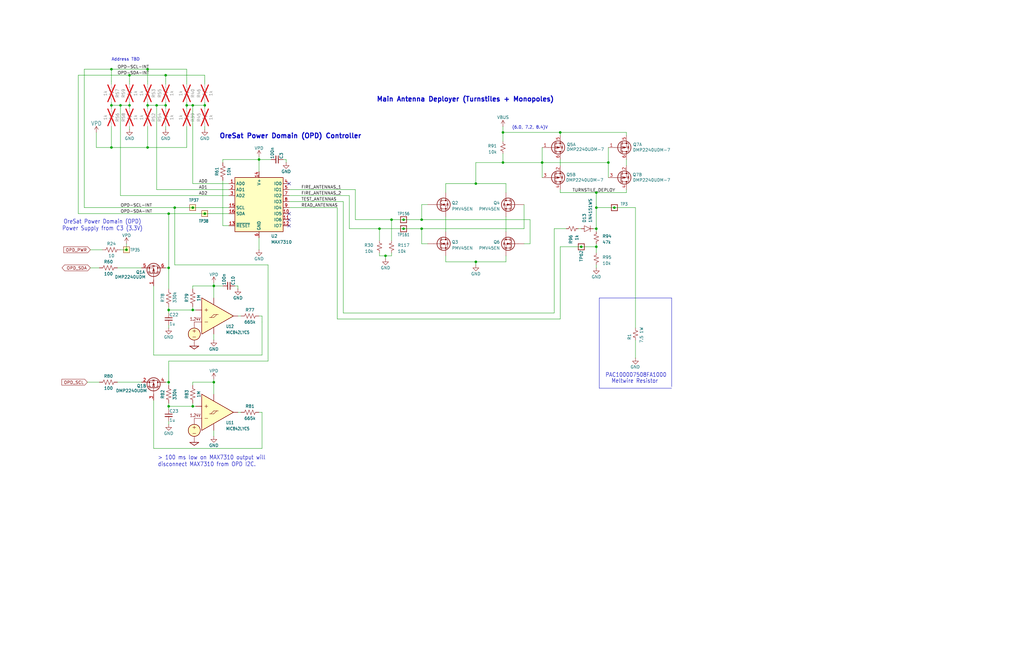
<source format=kicad_sch>
(kicad_sch (version 20250114) (generator "eeschema") (generator_version "9.0")
  (paper "B")
  (title_block (title "OreSat1 -Z End Card") (date "2026-02-17") (rev "v1.2") (company "Portland State Aerospace Society"))
  (text "(6.0, 7.2, 8.4)V" (at 215.9 54.61 0) (effects (font (size 1.27 1.27)) (justify left bottom)))
  (text "Main Antenna Deployer (Turnstiles + Monopoles)" (at 158.75 43.18 0) (effects (font (size 2 2) (thickness 0.4) (bold yes)) (justify left bottom)))
  (text "Meltwire Resistor" (at 257.81 161.925 0) (effects (font (size 1.778 1.5113)) (justify left bottom)))
  (text "OreSat Power Domain (OPD)\nPower Supply from C3 (3.3V)" (at 43.18 97.536 0) (effects (font (size 1.778 1.5113)) (justify bottom)))
  (text "OreSat Power Domain (OPD) Controller" (at 92.456 58.674 0) (effects (font (size 2 2) (thickness 0.4) (bold yes)) (justify left bottom)))
  (text "> 100 ms low on MAX7310 output will\ndisconnect MAX7310 from OPD I2C." (at 66.548 197.104 0) (effects (font (size 1.778 1.5113)) (justify left bottom)))
  (text "Address TBD" (at 46.99 25.908 0) (effects (font (size 1.27 1.27)) (justify left bottom)))
  (text "PAC100007508FA1000" (at 255.27 159.385 0) (effects (font (size 1.778 1.5113)) (justify left bottom)))
  (junction (at 236.22 55.88))
  (junction (at 66.04 44.45))
  (junction (at 251.46 96.52))
  (junction (at 50.8 44.45))
  (junction (at 54.61 31.75))
  (junction (at 81.28 44.45))
  (junction (at 90.17 161.29))
  (junction (at 71.12 171.45))
  (junction (at 71.12 161.29))
  (junction (at 228.6 68.58))
  (junction (at 251.46 87.63))
  (junction (at 62.23 44.45))
  (junction (at 170.18 92.71))
  (junction (at 54.61 44.45))
  (junction (at 212.09 55.88))
  (junction (at 212.09 68.58))
  (junction (at 259.08 87.63))
  (junction (at 160.02 96.52))
  (junction (at 256.54 68.58))
  (junction (at 46.99 29.21))
  (junction (at 62.23 62.23))
  (junction (at 90.17 120.65))
  (junction (at 69.85 44.45))
  (junction (at 73.66 87.63))
  (junction (at 177.8 92.71))
  (junction (at 200.66 110.49))
  (junction (at 200.66 77.47))
  (junction (at 81.28 171.45))
  (junction (at 245.11 104.14))
  (junction (at 170.18 96.52))
  (junction (at 86.36 44.45))
  (junction (at 46.99 62.23))
  (junction (at 251.46 104.14))
  (junction (at 78.74 44.45))
  (junction (at 53.34 105.41))
  (junction (at 109.22 67.31))
  (junction (at 71.12 130.81))
  (junction (at 81.28 87.63))
  (junction (at 165.1 92.71))
  (junction (at 46.99 44.45))
  (junction (at 71.12 113.03))
  (junction (at 86.36 90.17))
  (junction (at 69.85 31.75))
  (junction (at 162.56 107.95))
  (junction (at 177.8 96.52))
  (junction (at 62.23 29.21))
  (junction (at 81.28 130.81))
  (junction (at 71.12 90.17))
  (junction (at 251.46 81.28))
  (no_connect (at 121.92 92.71))
  (no_connect (at 121.92 95.25))
  (no_connect (at 121.92 77.47))
  (no_connect (at 121.92 90.17))
  (wire (pts (xy 81.28 87.63) (xy 96.52 87.63)) (stroke (width 0.1524)))
  (wire (pts (xy 50.8 82.55) (xy 50.8 44.45)) (stroke (width 0.1524)))
  (wire (pts (xy 212.09 64.77) (xy 212.09 68.58)))
  (wire (pts (xy 200.66 68.58) (xy 200.66 77.47)))
  (wire (pts (xy 71.12 113.03) (xy 71.12 121.92)) (stroke (width 0.1524)))
  (wire (pts (xy 110.49 133.35) (xy 110.49 135.89)))
  (wire (pts (xy 90.17 161.29) (xy 90.17 160.02)) (stroke (width 0.1524)))
  (wire (pts (xy 165.1 92.71) (xy 165.1 101.6)))
  (wire (pts (xy 101.6 133.35) (xy 100.33 133.35)) (stroke (width 0.1524)))
  (wire (pts (xy 78.74 34.29) (xy 78.74 35.56)))
  (wire (pts (xy 259.08 87.63) (xy 267.97 87.63)))
  (wire (pts (xy 54.61 43.18) (xy 54.61 44.45)))
  (wire (pts (xy 90.17 119.38) (xy 90.17 120.65)) (stroke (width 0.1524)))
  (wire (pts (xy 86.36 90.17) (xy 71.12 90.17)) (stroke (width 0.1524)))
  (wire (pts (xy 73.66 87.63) (xy 81.28 87.63)) (stroke (width 0.1524)))
  (wire (pts (xy 187.96 77.47) (xy 200.66 77.47)))
  (wire (pts (xy 71.12 130.81) (xy 81.28 130.81)) (stroke (width 0.1524)))
  (wire (pts (xy 69.85 44.45) (xy 69.85 45.72)))
  (wire (pts (xy 101.6 173.99) (xy 100.33 173.99)))
  (wire (pts (xy 53.34 105.41) (xy 53.34 102.87)) (stroke (width 0.1524)))
  (wire (pts (xy 165.1 92.71) (xy 170.18 92.71)))
  (wire (pts (xy 264.16 67.31) (xy 264.16 69.85)))
  (wire (pts (xy 187.96 107.95) (xy 187.96 110.49)))
  (wire (pts (xy 71.12 161.29) (xy 71.12 152.4)) (stroke (width 0.1524)))
  (wire (pts (xy 251.46 81.28) (xy 236.22 81.28)))
  (wire (pts (xy 35.56 29.21) (xy 46.99 29.21)) (stroke (width 0.1524)))
  (wire (pts (xy 212.09 68.58) (xy 228.6 68.58)))
  (wire (pts (xy 49.53 161.29) (xy 59.69 161.29)) (stroke (width 0.1524)))
  (wire (pts (xy 90.17 166.37) (xy 90.17 161.29)) (stroke (width 0.1524)))
  (wire (pts (xy 109.22 66.04) (xy 109.22 67.31)) (stroke (width 0.1524)))
  (wire (pts (xy 121.92 85.09) (xy 144.78 85.09)))
  (wire (pts (xy 71.12 90.17) (xy 71.12 113.03)) (stroke (width 0.1524)))
  (wire (pts (xy 81.28 44.45) (xy 78.74 44.45)) (stroke (width 0.1524)))
  (wire (pts (xy 71.12 172.72) (xy 71.12 171.45)) (stroke (width 0.1524)))
  (polyline (pts (xy 252.73 125.73) (xy 283.21 125.73)))
  (wire (pts (xy 81.28 162.56) (xy 81.28 161.29)) (stroke (width 0.1524)))
  (wire (pts (xy 71.12 161.29) (xy 69.85 161.29)) (stroke (width 0.1524)))
  (wire (pts (xy 113.03 111.76) (xy 73.66 111.76)) (stroke (width 0.1524)))
  (wire (pts (xy 162.56 107.95) (xy 165.1 107.95)))
  (wire (pts (xy 35.56 87.63) (xy 73.66 87.63)) (stroke (width 0.1524)))
  (wire (pts (xy 54.61 34.29) (xy 54.61 35.56)))
  (wire (pts (xy 187.96 110.49) (xy 200.66 110.49)))
  (wire (pts (xy 54.61 31.75) (xy 69.85 31.75)) (stroke (width 0.1524)))
  (wire (pts (xy 264.16 80.01) (xy 264.16 81.28)))
  (wire (pts (xy 256.54 68.58) (xy 256.54 74.93)))
  (wire (pts (xy 71.12 130.81) (xy 71.12 132.08)) (stroke (width 0.1524)))
  (wire (pts (xy 93.98 67.31) (xy 93.98 68.58)))
  (wire (pts (xy 62.23 34.29) (xy 62.23 29.21)) (stroke (width 0.1524)))
  (wire (pts (xy 251.46 96.52) (xy 251.46 87.63)))
  (wire (pts (xy 236.22 67.31) (xy 236.22 69.85)))
  (wire (pts (xy 177.8 92.71) (xy 177.8 86.36)))
  (wire (pts (xy 86.36 43.18) (xy 86.36 44.45)))
  (wire (pts (xy 71.12 162.56) (xy 71.12 161.29)) (stroke (width 0.1524)))
  (wire (pts (xy 223.52 102.87) (xy 220.98 102.87)))
  (wire (pts (xy 33.02 90.17) (xy 33.02 31.75)) (stroke (width 0.1524)))
  (wire (pts (xy 177.8 102.87) (xy 177.8 96.52)))
  (wire (pts (xy 187.96 81.28) (xy 187.96 77.47)))
  (wire (pts (xy 86.36 53.34) (xy 86.36 54.61)))
  (wire (pts (xy 149.86 92.71) (xy 165.1 92.71)))
  (wire (pts (xy 49.53 113.03) (xy 59.69 113.03)) (stroke (width 0.1524)))
  (wire (pts (xy 110.49 135.89) (xy 110.49 149.86)) (stroke (width 0.1524)))
  (wire (pts (xy 64.77 189.23) (xy 110.49 189.23)) (stroke (width 0.1524)))
  (wire (pts (xy 38.1 113.03) (xy 41.91 113.03)))
  (wire (pts (xy 38.1 105.41) (xy 43.18 105.41)))
  (wire (pts (xy 109.22 67.31) (xy 109.22 72.39)))
  (wire (pts (xy 212.09 55.88) (xy 212.09 59.69)))
  (wire (pts (xy 200.66 68.58) (xy 212.09 68.58)))
  (wire (pts (xy 165.1 107.95) (xy 165.1 106.68)))
  (wire (pts (xy 177.8 96.52) (xy 220.98 96.52)))
  (wire (pts (xy 90.17 120.65) (xy 93.98 120.65)))
  (wire (pts (xy 162.56 109.22) (xy 162.56 107.95)))
  (wire (pts (xy 109.22 100.33) (xy 109.22 105.41)) (stroke (width 0.1524)))
  (wire (pts (xy 69.85 53.34) (xy 69.85 54.61)))
  (wire (pts (xy 160.02 106.68) (xy 160.02 107.95)))
  (wire (pts (xy 121.92 87.63) (xy 142.24 87.63)))
  (wire (pts (xy 96.52 80.01) (xy 66.04 80.01)) (stroke (width 0.1524)))
  (wire (pts (xy 236.22 104.14) (xy 245.11 104.14)))
  (wire (pts (xy 81.28 120.65) (xy 81.28 121.92)))
  (wire (pts (xy 267.97 143.51) (xy 267.97 151.13)))
  (wire (pts (xy 121.92 80.01) (xy 149.86 80.01)))
  (wire (pts (xy 177.8 86.36) (xy 180.34 86.36)))
  (wire (pts (xy 96.52 90.17) (xy 86.36 90.17)) (stroke (width 0.1524)))
  (wire (pts (xy 62.23 62.23) (xy 78.74 62.23)) (stroke (width 0.1524)))
  (wire (pts (xy 213.36 77.47) (xy 213.36 81.28)))
  (wire (pts (xy 120.65 68.58) (xy 120.65 67.31)) (stroke (width 0.1524)))
  (wire (pts (xy 236.22 55.88) (xy 236.22 57.15)))
  (wire (pts (xy 110.49 173.99) (xy 109.22 173.99)) (stroke (width 0.1524)))
  (wire (pts (xy 78.74 44.45) (xy 78.74 45.72)))
  (wire (pts (xy 90.17 120.65) (xy 90.17 125.73)) (stroke (width 0.1524)))
  (wire (pts (xy 64.77 168.91) (xy 64.77 189.23)))
  (wire (pts (xy 69.85 43.18) (xy 69.85 44.45)))
  (wire (pts (xy 54.61 34.29) (xy 54.61 31.75)) (stroke (width 0.1524)))
  (wire (pts (xy 46.99 53.34) (xy 46.99 62.23)) (stroke (width 0.1524)))
  (wire (pts (xy 110.49 173.99) (xy 110.49 189.23)) (stroke (width 0.1524)))
  (wire (pts (xy 78.74 43.18) (xy 78.74 44.45)))
  (wire (pts (xy 46.99 34.29) (xy 46.99 29.21)) (stroke (width 0.1524)))
  (wire (pts (xy 71.12 129.54) (xy 71.12 130.81)) (stroke (width 0.1524)))
  (wire (pts (xy 54.61 44.45) (xy 54.61 45.72)))
  (wire (pts (xy 213.36 91.44) (xy 213.36 97.79)))
  (wire (pts (xy 228.6 68.58) (xy 228.6 62.23)))
  (wire (pts (xy 236.22 134.62) (xy 236.22 104.14)))
  (wire (pts (xy 212.09 53.34) (xy 212.09 55.88)))
  (wire (pts (xy 160.02 96.52) (xy 160.02 101.6)))
  (wire (pts (xy 236.22 55.88) (xy 264.16 55.88)))
  (wire (pts (xy 200.66 77.47) (xy 213.36 77.47)))
  (wire (pts (xy 86.36 34.29) (xy 86.36 35.56)))
  (wire (pts (xy 223.52 92.71) (xy 223.52 102.87)))
  (wire (pts (xy 160.02 107.95) (xy 162.56 107.95)))
  (wire (pts (xy 71.12 90.17) (xy 33.02 90.17)) (stroke (width 0.1524)))
  (wire (pts (xy 170.18 96.52) (xy 177.8 96.52)))
  (wire (pts (xy 69.85 34.29) (xy 69.85 35.56)))
  (wire (pts (xy 251.46 96.52) (xy 251.46 97.79)))
  (wire (pts (xy 86.36 44.45) (xy 81.28 44.45)) (stroke (width 0.1524)))
  (wire (pts (xy 50.8 105.41) (xy 53.34 105.41)) (stroke (width 0.1524)))
  (wire (pts (xy 78.74 62.23) (xy 78.74 54.61)) (stroke (width 0.1524)))
  (wire (pts (xy 144.78 85.09) (xy 144.78 132.08)))
  (wire (pts (xy 160.02 96.52) (xy 170.18 96.52)))
  (wire (pts (xy 177.8 92.71) (xy 223.52 92.71)))
  (wire (pts (xy 33.02 31.75) (xy 54.61 31.75)) (stroke (width 0.1524)))
  (wire (pts (xy 120.65 67.31) (xy 119.38 67.31)) (stroke (width 0.1524)))
  (wire (pts (xy 46.99 62.23) (xy 62.23 62.23)) (stroke (width 0.1524)))
  (wire (pts (xy 50.8 44.45) (xy 46.99 44.45)) (stroke (width 0.1524)))
  (wire (pts (xy 251.46 113.03) (xy 251.46 111.76)))
  (wire (pts (xy 78.74 34.29) (xy 78.74 29.21)) (stroke (width 0.1524)))
  (wire (pts (xy 66.04 44.45) (xy 62.23 44.45)) (stroke (width 0.1524)))
  (wire (pts (xy 64.77 149.86) (xy 110.49 149.86)) (stroke (width 0.1524)))
  (wire (pts (xy 233.68 96.52) (xy 238.76 96.52)))
  (wire (pts (xy 147.32 82.55) (xy 147.32 96.52)))
  (wire (pts (xy 170.18 92.71) (xy 177.8 92.71)))
  (wire (pts (xy 81.28 171.45) (xy 82.55 171.45)) (stroke (width 0.1524)))
  (wire (pts (xy 99.06 120.65) (xy 100.33 120.65)))
  (wire (pts (xy 213.36 110.49) (xy 213.36 107.95)))
  (wire (pts (xy 264.16 55.88) (xy 264.16 57.15)))
  (wire (pts (xy 71.12 171.45) (xy 81.28 171.45)) (stroke (width 0.1524)))
  (wire (pts (xy 71.12 170.18) (xy 71.12 171.45)) (stroke (width 0.1524)))
  (wire (pts (xy 109.22 133.35) (xy 110.49 133.35)))
  (wire (pts (xy 177.8 102.87) (xy 180.34 102.87)))
  (wire (pts (xy 96.52 95.25) (xy 93.98 95.25)) (stroke (width 0.1524)))
  (wire (pts (xy 40.64 55.88) (xy 40.64 62.23)))
  (wire (pts (xy 243.84 96.52) (xy 245.11 96.52)))
  (wire (pts (xy 64.77 120.65) (xy 64.77 149.86)))
  (wire (pts (xy 220.98 96.52) (xy 220.98 86.36)))
  (wire (pts (xy 142.24 87.63) (xy 142.24 134.62)))
  (wire (pts (xy 40.64 62.23) (xy 46.99 62.23)))
  (wire (pts (xy 233.68 96.52) (xy 233.68 132.08)))
  (wire (pts (xy 71.12 152.4) (xy 113.03 152.4)) (stroke (width 0.1524)))
  (wire (pts (xy 62.23 53.34) (xy 62.23 62.23)) (stroke (width 0.1524)))
  (wire (pts (xy 54.61 44.45) (xy 50.8 44.45)) (stroke (width 0.1524)))
  (wire (pts (xy 69.85 44.45) (xy 66.04 44.45)) (stroke (width 0.1524)))
  (wire (pts (xy 109.22 67.31) (xy 114.3 67.31)) (stroke (width 0.1524)))
  (wire (pts (xy 71.12 137.16) (xy 71.12 138.43)))
  (polyline (pts (xy 252.73 163.83) (xy 252.73 125.73)))
  (wire (pts (xy 46.99 34.29) (xy 46.99 35.56)))
  (wire (pts (xy 251.46 104.14) (xy 251.46 106.68)))
  (wire (pts (xy 251.46 87.63) (xy 251.46 81.28)))
  (wire (pts (xy 81.28 130.81) (xy 82.55 130.81)) (stroke (width 0.1524)))
  (wire (pts (xy 236.22 81.28) (xy 236.22 80.01)))
  (wire (pts (xy 149.86 80.01) (xy 149.86 92.71)))
  (wire (pts (xy 81.28 170.18) (xy 81.28 171.45)) (stroke (width 0.1524)))
  (wire (pts (xy 228.6 68.58) (xy 228.6 74.93)))
  (wire (pts (xy 200.66 110.49) (xy 213.36 110.49)))
  (wire (pts (xy 62.23 34.29) (xy 62.23 35.56)))
  (wire (pts (xy 62.23 29.21) (xy 78.74 29.21)) (stroke (width 0.1524)))
  (wire (pts (xy 78.74 53.34) (xy 78.74 54.61)))
  (wire (pts (xy 35.56 87.63) (xy 35.56 29.21)) (stroke (width 0.1524)))
  (wire (pts (xy 144.78 132.08) (xy 233.68 132.08)))
  (wire (pts (xy 187.96 91.44) (xy 187.96 97.79)))
  (wire (pts (xy 147.32 96.52) (xy 160.02 96.52)))
  (wire (pts (xy 267.97 87.63) (xy 267.97 138.43)))
  (wire (pts (xy 50.8 82.55) (xy 96.52 82.55)) (stroke (width 0.1524)))
  (wire (pts (xy 90.17 161.29) (xy 81.28 161.29)) (stroke (width 0.1524)))
  (wire (pts (xy 71.12 177.8) (xy 71.12 179.07)))
  (wire (pts (xy 212.09 55.88) (xy 236.22 55.88)))
  (wire (pts (xy 259.08 87.63) (xy 251.46 87.63)))
  (wire (pts (xy 245.11 104.14) (xy 251.46 104.14)))
  (wire (pts (xy 251.46 102.87) (xy 251.46 104.14)))
  (wire (pts (xy 121.92 82.55) (xy 147.32 82.55)))
  (wire (pts (xy 90.17 120.65) (xy 81.28 120.65)) (stroke (width 0.1524)))
  (wire (pts (xy 69.85 113.03) (xy 71.12 113.03)) (stroke (width 0.1524)))
  (polyline (pts (xy 283.21 163.83) (xy 252.73 163.83)))
  (wire (pts (xy 86.36 44.45) (xy 86.36 45.72)))
  (wire (pts (xy 69.85 34.29) (xy 69.85 31.75)) (stroke (width 0.1524)))
  (wire (pts (xy 86.36 31.75) (xy 86.36 34.29)) (stroke (width 0.1524)))
  (wire (pts (xy 93.98 76.2) (xy 93.98 95.25)) (stroke (width 0.1524)))
  (wire (pts (xy 90.17 181.61) (xy 90.17 184.15)) (stroke (width 0.1524)))
  (polyline (pts (xy 283.21 125.73) (xy 283.21 163.195)))
  (wire (pts (xy 228.6 68.58) (xy 256.54 68.58)))
  (wire (pts (xy 256.54 62.23) (xy 256.54 68.58)))
  (wire (pts (xy 93.98 67.31) (xy 109.22 67.31)) (stroke (width 0.1524)))
  (wire (pts (xy 73.66 111.76) (xy 73.66 87.63)) (stroke (width 0.1524)))
  (wire (pts (xy 81.28 77.47) (xy 81.28 44.45)) (stroke (width 0.1524)))
  (wire (pts (xy 96.52 77.47) (xy 81.28 77.47)) (stroke (width 0.1524)))
  (wire (pts (xy 90.17 140.97) (xy 90.17 143.51)) (stroke (width 0.1524)))
  (wire (pts (xy 36.83 161.29) (xy 41.91 161.29)))
  (wire (pts (xy 46.99 43.18) (xy 46.99 44.45)))
  (wire (pts (xy 142.24 134.62) (xy 236.22 134.62)))
  (wire (pts (xy 81.28 129.54) (xy 81.28 130.81)) (stroke (width 0.1524)))
  (wire (pts (xy 100.33 120.65) (xy 100.33 121.92)))
  (wire (pts (xy 66.04 80.01) (xy 66.04 44.45)) (stroke (width 0.1524)))
  (wire (pts (xy 250.19 96.52) (xy 251.46 96.52)))
  (wire (pts (xy 200.66 111.76) (xy 200.66 110.49)))
  (wire (pts (xy 113.03 152.4) (xy 113.03 111.76)) (stroke (width 0.1524)))
  (wire (pts (xy 69.85 31.75) (xy 86.36 31.75)) (stroke (width 0.1524)))
  (wire (pts (xy 62.23 44.45) (xy 62.23 45.72)))
  (wire (pts (xy 46.99 29.21) (xy 62.23 29.21)) (stroke (width 0.1524)))
  (wire (pts (xy 264.16 81.28) (xy 251.46 81.28)))
  (wire (pts (xy 54.61 53.34) (xy 54.61 54.61)))
  (wire (pts (xy 62.23 43.18) (xy 62.23 44.45)))
  (wire (pts (xy 46.99 44.45) (xy 46.99 45.72)))
  (label "TURNSTILE_DEPLOY" (at 241.3 81.28 0))
  (label "OPD-SCL-INT" (at 49.53 29.21 0) (effects (font (size 1.2446 1.2446))))
  (label "TEST_ANTENNAS" (at 127 85.09 0))
  (label "FIRE_ANTENNAS_2" (at 127 82.55 0))
  (label "OPD-SCL-INT" (at 50.8 87.63 0) (effects (font (size 1.2446 1.2446))))
  (label "OPD-SDA-INT" (at 49.53 31.75 0) (effects (font (size 1.2446 1.2446))))
  (label "AD2" (at 83.82 82.55 0) (effects (font (size 1.2446 1.2446))))
  (label "READ_ANTENNAS" (at 127 87.63 0))
  (label "AD0" (at 83.82 77.47 0) (effects (font (size 1.2446 1.2446))))
  (label "FIRE_ANTENNAS_1" (at 127 80.01 0))
  (label "OPD-SDA-INT" (at 50.8 90.17 0) (effects (font (size 1.2446 1.2446))))
  (label "AD1" (at 83.82 80.01 0) (effects (font (size 1.2446 1.2446))))
  (global_label "OPD_SCL" (shape input) (at 36.83 161.29 180) (property "Intersheetrefs" "${INTERSHEET_REFS}" (effects (hide yes))))
  (global_label "OPD_PWR" (shape input) (at 38.1 105.41 180) (property "Intersheetrefs" "${INTERSHEET_REFS}" (effects (hide yes))))
  (global_label "OPD_SDA" (shape bidirectional) (at 38.1 113.03 180) (property "Intersheetrefs" "${INTERSHEET_REFS}" (effects (hide yes))))
  (symbol (lib_id "power:GND") (at 267.97 151.13 0) (mirror y) (unit 1)
    (property "Reference" "#GND03" (effects (hide yes)))
    (property "Value" "GND" (at 269.875 155.575 0) (effects (justify left bottom)))
    (property "Footprint" "plusz-end-card-with-turnstile:" (effects (hide yes)))
    (property "Description" "Power symbol creates a global label with name \"GND\" , ground" (effects (hide yes)))
  )
  (symbol (lib_id "oresat-ics:MIC842LYC5") (at 90.17 173.99 0) (unit 1)
    (property "Reference" "U11" (at 95.25 179.07 0) (effects (font (size 1.27 1.0795)) (justify left bottom)))
    (property "Value" "MIC842LYC5" (at 95.25 181.61 0) (effects (font (size 1.27 1.0795)) (justify left bottom)))
    (property "Footprint" "Package_TO_SOT_SMD:SOT-353_SC-70-5" (effects (hide yes)))
    (property "Datasheet" "https://ww1.microchip.com/downloads/aemDocuments/documents/OTH/ProductDocuments/DataSheets/20005758A.pdf" (effects (hide yes)))
    (property "Description" "Comparator with Voltage Reference Push-Pull SC-70-5" (effects (hide yes)))
    (property "DIS" "DigiKey" (effects (hide yes)))
    (property "DPN" "576-2927-1-ND" (effects (hide yes)))
    (property "MFR" "Microchip" (effects (hide yes)))
    (property "MPN" "MIC842LYC5-TR" (effects (hide yes)))
  )
  (symbol (lib_id "Transistor_FET:Q_Dual_PMOS_G1S2G2D2S1D1") (at 233.68 62.23 0) (mirror x) (unit 1)
    (property "Reference" "Q5" (at 242.824 61.722 0) (effects (justify right top)))
    (property "Value" "DMP2240UDM-7" (at 254.762 63.754 0) (effects (justify right top)))
    (property "Footprint" "Package_TO_SOT_SMD:SOT-23-6" (effects (hide yes)))
    (property "Datasheet" "https://www.diodes.com/assets/Datasheets/ds31197.pdf" (effects (hide yes)))
    (property "Description" "Mosfet Array 20V 2A 600mW Surface Mount SOT-26" (effects (hide yes)))
    (property "DIS" "DigiKey" (effects (hide yes)))
    (property "DPN" "DMP2240UDMDICT-ND" (effects (hide yes)))
    (property "MFR" "Diodes Inc" (effects (hide yes)))
    (property "MPN" "DMP2240UDM" (effects (hide yes)))
  )
  (symbol (lib_id "Device:R_US") (at 105.41 173.99 90) (unit 1)
    (property "Reference" "R81" (at 105.41 171.45 90))
    (property "Value" "665k" (at 105.41 176.53 90))
    (property "Footprint" "oresat-passives:0603-C-NOSILK" (effects (hide yes)))
    (property "Datasheet" "https://www.seielect.com/catalog/SEI-RMCF_RMCP.pdf" (effects (hide yes)))
    (property "Description" "665 kOhms ±1% 0.1W, 1/10W Chip Resistor 0603 (1608 Metric) Automotive AEC-Q200 Thick Film" (effects (hide yes)))
    (property "DIS" "DigiKey" (effects (hide yes)))
    (property "DPN" "RMCF0603FT665KCT-ND" (effects (hide yes)))
    (property "MFR" "Stackpole Electronics Inc" (effects (hide yes)))
    (property "MPN" "RMCF0603FT665K" (effects (hide yes)))
  )
  (symbol (lib_id "oresat-power:VPD") (at 109.22 66.04 0) (unit 1)
    (property "Reference" "#VPD07" (effects (hide yes)))
    (property "Value" "VPD" (at 109.22 63.246 0) (effects (justify bottom)))
  )
  (symbol (lib_id "Device:C_Small") (at 71.12 175.26 0) (unit 1)
    (property "Reference" "C23" (at 71.374 173.482 0) (effects (justify left)))
    (property "Value" "1u" (at 71.374 177.292 0) (effects (justify left)))
    (property "Footprint" "oresat-passives:0603-C-NOSILK" (effects (hide yes)))
    (property "Datasheet" "https://search.murata.co.jp/Ceramy/image/img/A01X/G101/ENG/GRT188R71E105KE13-01.pdf" (effects (hide yes)))
    (property "Description" "1 µF ±10% 25V Ceramic Capacitor X7R 0603 (1608 Metric)" (effects (hide yes)))
    (property "DIS" "DigiKey" (effects (hide yes)))
    (property "DPN" "490-GRT188R71E105KE13DCT-ND" (effects (hide yes)))
    (property "MFR" "Murata Electronics" (effects (hide yes)))
    (property "MPN" "GRT188R71E105KE13D" (effects (hide yes)))
  )
  (symbol (lib_id "Device:R_US") (at 71.12 125.73 180) (unit 1)
    (property "Reference" "R78" (at 68.58 125.73 90))
    (property "Value" "330k" (at 73.66 125.476 90))
    (property "Footprint" "oresat-passives:0603-C-NOSILK" (effects (hide yes)))
    (property "Datasheet" "https://www.seielect.com/catalog/SEI-RMCF_RMCP.pdf" (effects (hide yes)))
    (property "Description" "330 kOhms ±1% 0.1W, 1/10W Chip Resistor 0603 (1608 Metric) Automotive AEC-Q200 Thick Film" (effects (hide yes)))
    (property "DIS" "DigiKey" (effects (hide yes)))
    (property "DPN" "RMCF0603FT330KCT-ND" (effects (hide yes)))
    (property "MFR" "Stackpole Electronics Inc" (effects (hide yes)))
    (property "MPN" "RMCF0603FT330K" (effects (hide yes)))
  )
  (symbol (lib_id "oresat-misc:Test-Point-0.75mm-th") (at 81.28 87.63 180) (unit 1) (in_bom no)
    (property "Reference" "TP37" (at 83.82 83.82 0) (effects (font (size 1.27 1.0795)) (justify left bottom)))
    (property "Value" "Test-Point" (effects (hide yes)))
    (property "Footprint" "oresat-misc:TestPoint-0.75mm-th" (effects (hide yes)))
    (property "Description" "0.75 mm TH test point; good for scope probes and jumpers" (effects (hide yes)))
  )
  (symbol (lib_id "oresat-misc:Test-Point-0.75mm-th") (at 53.34 105.41 180) (unit 1) (in_bom no)
    (property "Reference" "TP35" (at 54.864 106.172 0) (effects (font (size 1.27 1.0795)) (justify right top)))
    (property "Value" "Test-Point" (effects (hide yes)))
    (property "Footprint" "oresat-misc:TestPoint-0.75mm-th" (effects (hide yes)))
    (property "Description" "0.75 mm TH test point; good for scope probes and jumpers" (effects (hide yes)))
  )
  (symbol (lib_id "Device:R_US") (at 81.28 166.37 180) (unit 1)
    (property "Reference" "R83" (at 78.74 166.37 90))
    (property "Value" "1M" (at 83.82 166.37 90))
    (property "Footprint" "oresat-passives:0603-C-NOSILK" (effects (hide yes)))
    (property "Datasheet" "https://www.seielect.com/catalog/SEI-RMCF_RMCP.pdf" (effects (hide yes)))
    (property "Description" "1 MOhms ±1% 0.1W, 1/10W Chip Resistor 0603 (1608 Metric) Automotive AEC-Q200 Thick Film" (effects (hide yes)))
    (property "DIS" "DigiKey" (effects (hide yes)))
    (property "DPN" "RMCF0603FT1M00CT-ND" (effects (hide yes)))
    (property "MFR" "Stackpole Electronics Inc" (effects (hide yes)))
    (property "MPN" "RMCF0603FT1M00" (effects (hide yes)))
  )
  (symbol (lib_id "power:GND") (at 162.56 109.22 0) (unit 1)
    (property "Reference" "#PWR0290" (effects (hide yes)))
    (property "Value" "GND" (at 162.56 113.03 0))
    (property "Description" "Power symbol creates a global label with name \"GND\" , ground" (effects (hide yes)))
  )
  (symbol (lib_id "Device:R_US") (at 69.85 39.37 180) (unit 1) (dnp yes)
    (property "Reference" "R55" (at 67.31 39.37 90))
    (property "Value" "1k" (at 72.39 39.37 90))
    (property "Footprint" "oresat-passives:0603-C-NOSILK" (effects (hide yes)))
    (property "DIS" "Digi-Key" (effects (hide yes)))
    (property "DPN" "1276-4275-1-ND" (effects (hide yes)))
    (property "MFR" "Samsung" (effects (hide yes)))
    (property "MPN" "RC1005F6653CS" (effects (hide yes)))
  )
  (symbol (lib_id "Device:R_US") (at 86.36 39.37 180) (unit 1) (dnp yes)
    (property "Reference" "R46" (at 83.82 39.37 90))
    (property "Value" "1k" (at 88.9 39.37 90))
    (property "Footprint" "oresat-passives:0603-C-NOSILK" (effects (hide yes)))
    (property "DIS" "Digi-Key" (effects (hide yes)))
    (property "DPN" "1276-4275-1-ND" (effects (hide yes)))
    (property "MFR" "Samsung" (effects (hide yes)))
    (property "MPN" "RC1005F6653CS" (effects (hide yes)))
  )
  (symbol (lib_id "Transistor_FET:Q_Dual_PMOS_G1S2G2D2S1D1") (at 261.62 62.23 0) (mirror x) (unit 1)
    (property "Reference" "Q7" (at 270.764 61.722 0) (effects (justify right top)))
    (property "Value" "DMP2240UDM-7" (at 282.702 64.008 0) (effects (justify right top)))
    (property "Footprint" "Package_TO_SOT_SMD:SOT-23-6" (effects (hide yes)))
    (property "Datasheet" "https://www.diodes.com/assets/Datasheets/ds31197.pdf" (effects (hide yes)))
    (property "Description" "Mosfet Array 20V 2A 600mW Surface Mount SOT-26" (effects (hide yes)))
    (property "DIS" "DigiKey" (effects (hide yes)))
    (property "DPN" "DMP2240UDMDICT-ND" (effects (hide yes)))
    (property "MFR" "Diodes Inc" (effects (hide yes)))
    (property "MPN" "DMP2240UDM" (effects (hide yes)))
  )
  (symbol (lib_id "Device:R_US") (at 69.85 49.53 180) (unit 1) (dnp yes)
    (property "Reference" "R54" (at 67.31 49.53 90))
    (property "Value" "1k" (at 72.39 49.53 90))
    (property "Footprint" "oresat-passives:0603-C-NOSILK" (effects (hide yes)))
    (property "Datasheet" "https://www.seielect.com/catalog/SEI-RMCF_RMCP.pdf" (effects (hide yes)))
    (property "Description" "1 kOhms ±1% 0.1W, 1/10W Chip Resistor 0603 (1608 Metric) Automotive AEC-Q200 Thick Film" (effects (hide yes)))
    (property "DIS" "DigiKey" (effects (hide yes)))
    (property "DPN" "RMCF0603FT1K00CT-ND" (effects (hide yes)))
    (property "MFR" "Stackpole Electronics Inc" (effects (hide yes)))
    (property "MPN" "RMCF0603FT1K00" (effects (hide yes)))
  )
  (symbol (lib_id "oresat-power:VPD") (at 53.34 102.87 0) (unit 1)
    (property "Reference" "#VPD06" (effects (hide yes)))
    (property "Value" "VPD" (at 53.34 100.076 0) (effects (justify bottom)))
    (property "Description" "Power symbol creates a global label with name \"VPD\"" (effects (hide yes)))
  )
  (symbol (lib_id "power:GND") (at 90.17 143.51 0) (mirror y) (unit 1)
    (property "Reference" "#GND075" (effects (hide yes)))
    (property "Value" "GND" (at 90.17 147.32 0))
    (property "Description" "Power symbol creates a global label with name \"GND\" , ground" (effects (hide yes)))
  )
  (symbol (lib_id "oresat-power:VPD") (at 90.17 160.02 0) (unit 1)
    (property "Reference" "#VPD010" (effects (hide yes)))
    (property "Value" "VPD" (at 90.17 157.226 0) (effects (justify bottom)))
  )
  (symbol (lib_id "Transistor_FET:Q_Dual_PMOS_G1S2G2D2S1D1") (at 233.68 74.93 0) (mirror x) (unit 2)
    (property "Reference" "Q5" (at 242.824 74.422 0) (effects (justify right top)))
    (property "Value" "DMP2240UDM-7" (at 254.508 76.708 0) (effects (justify right top)))
    (property "Footprint" "Package_TO_SOT_SMD:SOT-23-6" (effects (hide yes)))
    (property "Datasheet" "https://www.diodes.com/assets/Datasheets/ds31197.pdf" (effects (hide yes)))
    (property "Description" "Mosfet Array 20V 2A 600mW Surface Mount SOT-26" (effects (hide yes)))
    (property "DIS" "DigiKey" (effects (hide yes)))
    (property "DPN" "DMP2240UDMDICT-ND" (effects (hide yes)))
    (property "MFR" "Diodes Inc" (effects (hide yes)))
    (property "MPN" "DMP2240UDM" (effects (hide yes)))
  )
  (symbol (lib_id "Device:R_US") (at 86.36 49.53 180) (unit 1) (dnp yes)
    (property "Reference" "R45" (at 83.82 49.53 90))
    (property "Value" "1k" (at 88.9 49.53 90))
    (property "Footprint" "oresat-passives:0603-C-NOSILK" (effects (hide yes)))
    (property "DIS" "Digi-Key" (effects (hide yes)))
    (property "DPN" "1276-4275-1-ND" (effects (hide yes)))
    (property "MFR" "Samsung" (effects (hide yes)))
    (property "MPN" "RC1005F6653CS" (effects (hide yes)))
  )
  (symbol (lib_id "oresat-misc:Test-Point-1mm-round") (at 245.11 104.14 90) (unit 1) (in_bom no)
    (property "Reference" "TP62" (at 245.11 110.49 0) (effects (justify left)))
    (property "Value" "Test-Point" (effects (hide yes)))
    (property "Footprint" "oresat-misc:TestPoint_Pad_D1.0mm" (effects (hide yes)))
    (property "Description" "1mm round SMT test point" (effects (hide yes)))
  )
  (symbol (lib_id "Device:R_US") (at 71.12 166.37 180) (unit 1)
    (property "Reference" "R82" (at 68.58 166.37 90))
    (property "Value" "330k" (at 73.66 166.37 90))
    (property "Footprint" "oresat-passives:0603-C-NOSILK" (effects (hide yes)))
    (property "Datasheet" "https://www.seielect.com/catalog/SEI-RMCF_RMCP.pdf" (effects (hide yes)))
    (property "Description" "330 kOhms ±1% 0.1W, 1/10W Chip Resistor 0603 (1608 Metric) Automotive AEC-Q200 Thick Film" (effects (hide yes)))
    (property "DIS" "DigiKey" (effects (hide yes)))
    (property "DPN" "RMCF0603FT330KCT-ND" (effects (hide yes)))
    (property "MFR" "Stackpole Electronics Inc" (effects (hide yes)))
    (property "MPN" "RMCF0603FT330K" (effects (hide yes)))
  )
  (symbol (lib_id "Device:R_US") (at 46.99 105.41 90) (unit 1)
    (property "Reference" "R24" (at 46.99 102.87 90))
    (property "Value" "10" (at 46.99 107.95 90))
    (property "Footprint" "oresat-passives:0603-C-NOSILK" (effects (hide yes)))
    (property "Datasheet" "https://www.seielect.com/catalog/SEI-RMCF_RMCP.pdf" (effects (hide yes)))
    (property "Description" "10 Ohms ±1% 0.1W, 1/10W Chip Resistor 0603 (1608 Metric) Automotive AEC-Q200 Thick Film" (effects (hide yes)))
    (property "DIS" "DigiKey" (effects (hide yes)))
    (property "DPN" "RMCF0603FT10R0CT-ND" (effects (hide yes)))
    (property "MFR" "Stackpole Electronics Inc" (effects (hide yes)))
    (property "MPN" "RMCF0603FT10R0" (effects (hide yes)))
  )
  (symbol (lib_id "Device:C_Small") (at 116.84 67.31 270) (mirror x) (unit 1)
    (property "Reference" "C3" (at 118.618 67.056 0) (effects (justify left)))
    (property "Value" "100n" (at 114.808 67.056 0) (effects (justify left)))
    (property "Footprint" "oresat-passives:0603-C-NOSILK" (effects (hide yes)))
    (property "Datasheet" "https://search.kemet.com/download/specsheet/C0603C104K5RACAUTO" (effects (hide yes)))
    (property "Description" "0.1 µF ±10% 50V Ceramic Capacitor X7R 0603 (1608 Metric)" (effects (hide yes)))
    (property "DIS" "DigiKey" (effects (hide yes)))
    (property "DPN" "399-6856-1-ND" (effects (hide yes)))
    (property "MFR" "KEMET" (effects (hide yes)))
    (property "MPN" "C0603C104K5RACAUTO" (effects (hide yes)))
  )
  (symbol (lib_id "power:GND") (at 71.12 138.43 0) (unit 1)
    (property "Reference" "#GND078" (effects (hide yes)))
    (property "Value" "GND" (at 71.12 142.24 0))
    (property "Description" "Power symbol creates a global label with name \"GND\" , ground" (effects (hide yes)))
  )
  (symbol (lib_id "power:GND") (at 200.66 111.76 0) (unit 1)
    (property "Reference" "#PWR0291" (effects (hide yes)))
    (property "Value" "GND" (at 200.66 115.57 0))
    (property "Description" "Power symbol creates a global label with name \"GND\" , ground" (effects (hide yes)))
  )
  (symbol (lib_name "Q_NMOS_GSD_1") (lib_id "Transistor_FET:Q_NMOS_GSD") (at 215.9 102.87 0) (mirror y) (unit 1)
    (property "Reference" "Q6" (at 210.82 102.87 0) (effects (justify left bottom)))
    (property "Value" "PMV45EN" (at 210.82 105.41 0) (effects (justify left bottom)))
    (property "Footprint" "Package_TO_SOT_SMD:SOT-23-3" (effects (hide yes)))
    (property "Description" "N-MOSFET transistor, gate/source/drain" (effects (hide yes)))
    (property "DIS" "Digi-Key" (effects (hide yes)))
    (property "DPN" "1727-2307-1-ND" (effects (hide yes)))
    (property "MFR" "Nexperia" (effects (hide yes)))
    (property "MPN" "PMV45EN2R" (effects (hide yes)))
  )
  (symbol (lib_id "Device:R_Small_US") (at 165.1 104.14 0) (mirror y) (unit 1)
    (property "Reference" "R117" (at 167.64 103.505 0) (effects (justify right)))
    (property "Value" "10k" (at 167.64 106.045 0) (effects (justify right)))
    (property "Footprint" "Resistor_SMD:R_0603_1608Metric" (effects (hide yes)))
    (property "Description" "10 kOhms ±1% 0.1W, 1/10W Chip Resistor 0603 (1608 Metric) Automotive AEC-Q200 Thick Film" (effects (hide yes)))
    (property "DPN" "RMCF0603FT10K0CT-ND" (effects (hide yes)))
    (property "DST" "Digi-Key" (effects (hide yes)))
    (property "MFR" "Stackpole Electronics Inc" (effects (hide yes)))
    (property "MPN" "RMCF0603FT10K0" (effects (hide yes)))
  )
  (symbol (lib_id "oresat-power:VPD") (at 90.17 119.38 0) (unit 1)
    (property "Reference" "#VPD09" (effects (hide yes)))
    (property "Value" "VPD" (at 90.17 116.586 0) (effects (justify bottom)))
  )
  (symbol (lib_id "power:GND") (at 90.17 184.15 0) (mirror y) (unit 1)
    (property "Reference" "#GND077" (effects (hide yes)))
    (property "Value" "GND" (at 90.17 187.96 0))
    (property "Description" "Power symbol creates a global label with name \"GND\" , ground" (effects (hide yes)))
  )
  (symbol (lib_id "Device:R_Small_US") (at 212.09 62.23 0) (unit 1)
    (property "Reference" "R91" (at 209.55 61.595 0) (effects (justify right)))
    (property "Value" "10k" (at 209.55 64.135 0) (effects (justify right)))
    (property "Footprint" "Resistor_SMD:R_0603_1608Metric" (effects (hide yes)))
    (property "Description" "10 kOhms ±1% 0.1W, 1/10W Chip Resistor 0603 (1608 Metric) Automotive AEC-Q200 Thick Film" (effects (hide yes)))
    (property "DPN" "RMCF0603FT10K0CT-ND" (effects (hide yes)))
    (property "DST" "Digi-Key" (effects (hide yes)))
    (property "MFR" "Stackpole Electronics Inc" (effects (hide yes)))
    (property "MPN" "RMCF0603FT10K0" (effects (hide yes)))
  )
  (symbol (lib_id "power:GND") (at 71.12 179.07 0) (unit 1)
    (property "Reference" "#GND079" (effects (hide yes)))
    (property "Value" "GND" (at 71.12 182.88 0))
    (property "Description" "Power symbol creates a global label with name \"GND\" , ground" (effects (hide yes)))
  )
  (symbol (lib_id "Device:R_US") (at 45.72 113.03 90) (unit 1)
    (property "Reference" "R60" (at 45.72 110.49 90))
    (property "Value" "100" (at 45.72 115.57 90))
    (property "Footprint" "oresat-passives:0603-C-NOSILK" (effects (hide yes)))
    (property "Datasheet" "https://www.seielect.com/catalog/SEI-RMCF_RMCP.pdf" (effects (hide yes)))
    (property "Description" "100 Ohms ±1% 0.1W, 1/10W Chip Resistor 0603 (1608 Metric) Automotive AEC-Q200 Thick Film" (effects (hide yes)))
    (property "DIS" "DigiKey" (effects (hide yes)))
    (property "DPN" "RMCF0603FT100RCT-ND" (effects (hide yes)))
    (property "MFR" "Stackpole Electronics Inc" (effects (hide yes)))
    (property "MPN" "RMCF0603FT100R" (effects (hide yes)))
  )
  (symbol (lib_id "oresat-power:VPD") (at 40.64 55.88 0) (unit 1)
    (property "Reference" "#VPD01" (effects (hide yes)))
    (property "Value" "VPD" (at 40.64 53.086 0) (effects (font (size 1.778 1.5113)) (justify bottom)))
  )
  (symbol (lib_name "Q_NMOS_GSD_1") (lib_id "Transistor_FET:Q_NMOS_GSD") (at 215.9 86.36 0) (mirror y) (unit 1)
    (property "Reference" "Q4" (at 210.82 86.36 0) (effects (justify left bottom)))
    (property "Value" "PMV45EN" (at 210.82 88.9 0) (effects (justify left bottom)))
    (property "Footprint" "Package_TO_SOT_SMD:SOT-23-3" (effects (hide yes)))
    (property "Description" "N-MOSFET transistor, gate/source/drain" (effects (hide yes)))
    (property "DIS" "Digi-Key" (effects (hide yes)))
    (property "DPN" "1727-2307-1-ND" (effects (hide yes)))
    (property "MFR" "Nexperia" (effects (hide yes)))
    (property "MPN" "PMV45EN2R" (effects (hide yes)))
  )
  (symbol (lib_id "Device:R_Small_US") (at 251.46 100.33 0) (mirror y) (unit 1)
    (property "Reference" "R94" (at 254 99.695 0) (effects (justify right)))
    (property "Value" "47k" (at 254 102.235 0) (effects (justify right)))
    (property "Footprint" "Resistor_SMD:R_0603_1608Metric" (effects (hide yes)))
    (property "Description" "47 kOhms ±1% 0.1W, 1/10W Chip Resistor 0603 (1608 Metric) Automotive AEC-Q200 Thick Film" (effects (hide yes)))
    (property "DPN" "RMCF0603FT47K0CT-ND" (effects (hide yes)))
    (property "DST" "Digi-Key" (effects (hide yes)))
    (property "MFR" "Stackpole Electronics Inc" (effects (hide yes)))
    (property "MPN" "RMCF0603FT47K0" (effects (hide yes)))
  )
  (symbol (lib_id "Device:R_US") (at 93.98 72.39 180) (unit 1)
    (property "Reference" "R61" (at 91.44 72.39 90))
    (property "Value" "10k" (at 96.52 72.39 90))
    (property "Footprint" "oresat-passives:0603-C-NOSILK" (effects (hide yes)))
    (property "Datasheet" "https://www.seielect.com/catalog/SEI-RMCF_RMCP.pdf" (effects (hide yes)))
    (property "Description" "10 kOhms ±1% 0.1W, 1/10W Chip Resistor 0603 (1608 Metric) Automotive AEC-Q200 Thick Film" (effects (hide yes)))
    (property "DIS" "DigiKey" (effects (hide yes)))
    (property "DPN" "RMCF0603FT10K0CT-ND" (effects (hide yes)))
    (property "MFR" "Stackpole Electronics Inc" (effects (hide yes)))
    (property "MPN" "RMCF0603FT10K0" (effects (hide yes)))
  )
  (symbol (lib_id "power:GND") (at 69.85 54.61 0) (mirror y) (unit 1)
    (property "Reference" "#GND015" (effects (hide yes)))
    (property "Value" "GND" (at 69.85 58.42 0))
    (property "Description" "Power symbol creates a global label with name \"GND\" , ground" (effects (hide yes)))
  )
  (symbol (lib_id "power:VBUS") (at 212.09 53.34 0) (unit 1)
    (property "Reference" "#PWR011" (effects (hide yes)))
    (property "Value" "VBUS" (at 212.09 49.53 0))
    (property "Description" "Power symbol creates a global label with name \"VBUS\"" (effects (hide yes)))
  )
  (symbol (lib_id "oresat-misc:Test-Point-1mm-round") (at 170.18 92.71 180) (unit 1) (in_bom no)
    (property "Reference" "TP156" (at 170.18 90.17 0) (effects (font (size 1.27 1.0795))))
    (property "Value" "Test-Point" (effects (hide yes)))
    (property "Footprint" "oresat-misc:TestPoint_Pad_D1.0mm" (effects (hide yes)))
    (property "Description" "1mm round SMT test point" (effects (hide yes)))
  )
  (symbol (lib_id "Device:R_US") (at 62.23 39.37 0) (unit 1) (dnp yes)
    (property "Reference" "R53" (at 64.77 39.37 90))
    (property "Value" "1k" (at 59.69 39.37 90))
    (property "Footprint" "oresat-passives:0603-C-NOSILK" (effects (hide yes)))
    (property "DIS" "Digi-Key" (effects (hide yes)))
    (property "DPN" "1276-4275-1-ND" (effects (hide yes)))
    (property "MFR" "Samsung" (effects (hide yes)))
    (property "MPN" "RC1005F6653CS" (effects (hide yes)))
  )
  (symbol (lib_id "Transistor_FET:Q_Dual_PMOS_G1S2G2D2S1D1") (at 64.77 163.83 270) (mirror x) (unit 2)
    (property "Reference" "Q1" (at 61.722 163.576 90) (effects (justify right top)))
    (property "Value" "DMP2240UDM" (at 61.976 165.608 90) (effects (justify right top)))
    (property "Footprint" "Package_TO_SOT_SMD:SOT-23-6" (effects (hide yes)))
    (property "Datasheet" "https://www.diodes.com/assets/Datasheets/ds31197.pdf" (effects (hide yes)))
    (property "Description" "Mosfet Array 20V 2A 600mW Surface Mount SOT-26" (effects (hide yes)))
    (property "DIS" "DigiKey" (effects (hide yes)))
    (property "DPN" "DMP2240UDMDICT-ND" (effects (hide yes)))
    (property "MFR" "Diodes Inc" (effects (hide yes)))
    (property "MPN" "DMP2240UDM" (effects (hide yes)))
  )
  (symbol (lib_id "oresat-misc:Test-Point-1mm-round") (at 170.18 96.52 180) (unit 1) (in_bom no)
    (property "Reference" "TP161" (at 170.18 99.06 0) (effects (font (size 1.27 1.0795))))
    (property "Value" "Test-Point" (effects (hide yes)))
    (property "Footprint" "oresat-misc:TestPoint_Pad_D1.0mm" (effects (hide yes)))
    (property "Description" "1mm round SMT test point" (effects (hide yes)))
  )
  (symbol (lib_id "power:GND") (at 120.65 68.58 0) (mirror y) (unit 1)
    (property "Reference" "#GND014" (effects (hide yes)))
    (property "Value" "GND" (at 120.65 72.39 0))
    (property "Description" "Power symbol creates a global label with name \"GND\" , ground" (effects (hide yes)))
  )
  (symbol (lib_id "oresat-misc:Test-Point-0.75mm-th") (at 86.36 90.17 0) (unit 1) (in_bom no)
    (property "Reference" "TP38" (at 83.82 93.98 0) (effects (font (size 1.27 1.0795)) (justify left bottom)))
    (property "Value" "Test-Point" (effects (hide yes)))
    (property "Footprint" "oresat-misc:TestPoint-0.75mm-th" (effects (hide yes)))
    (property "Description" "0.75 mm TH test point; good for scope probes and jumpers" (effects (hide yes)))
  )
  (symbol (lib_id "Device:R_US") (at 46.99 39.37 0) (unit 1) (dnp yes)
    (property "Reference" "R57" (at 49.53 39.37 90))
    (property "Value" "1k" (at 44.45 39.37 90))
    (property "Footprint" "oresat-passives:0603-C-NOSILK" (effects (hide yes)))
    (property "DIS" "Digi-Key" (effects (hide yes)))
    (property "DPN" "1276-4275-1-ND" (effects (hide yes)))
    (property "MFR" "Samsung" (effects (hide yes)))
    (property "MPN" "RC1005F6653CS" (effects (hide yes)))
  )
  (symbol (lib_id "Device:R_US") (at 81.28 125.73 180) (unit 1)
    (property "Reference" "R79" (at 78.74 125.73 90))
    (property "Value" "1M" (at 83.82 125.73 90))
    (property "Footprint" "oresat-passives:0603-C-NOSILK" (effects (hide yes)))
    (property "Datasheet" "https://www.seielect.com/catalog/SEI-RMCF_RMCP.pdf" (effects (hide yes)))
    (property "Description" "1 MOhms ±1% 0.1W, 1/10W Chip Resistor 0603 (1608 Metric) Automotive AEC-Q200 Thick Film" (effects (hide yes)))
    (property "DIS" "DigiKey" (effects (hide yes)))
    (property "DPN" "RMCF0603FT1M00CT-ND" (effects (hide yes)))
    (property "MFR" "Stackpole Electronics Inc" (effects (hide yes)))
    (property "MPN" "RMCF0603FT1M00" (effects (hide yes)))
  )
  (symbol (lib_id "Device:R_Small_US") (at 160.02 104.14 0) (unit 1)
    (property "Reference" "R30" (at 157.48 103.505 0) (effects (justify right)))
    (property "Value" "10k" (at 157.48 106.045 0) (effects (justify right)))
    (property "Footprint" "Resistor_SMD:R_0603_1608Metric" (effects (hide yes)))
    (property "Description" "10 kOhms ±1% 0.1W, 1/10W Chip Resistor 0603 (1608 Metric) Automotive AEC-Q200 Thick Film" (effects (hide yes)))
    (property "DPN" "RMCF0603FT10K0CT-ND" (effects (hide yes)))
    (property "DST" "Digi-Key" (effects (hide yes)))
    (property "MFR" "Stackpole Electronics Inc" (effects (hide yes)))
    (property "MPN" "RMCF0603FT10K0" (effects (hide yes)))
  )
  (symbol (lib_name "Q_NMOS_GSD_1") (lib_id "Transistor_FET:Q_NMOS_GSD") (at 185.42 86.36 0) (unit 1)
    (property "Reference" "Q2" (at 190.5 86.36 0) (effects (justify left bottom)))
    (property "Value" "PMV45EN" (at 190.5 88.9 0) (effects (justify left bottom)))
    (property "Footprint" "Package_TO_SOT_SMD:SOT-23-3" (effects (hide yes)))
    (property "Description" "N-MOSFET transistor, gate/source/drain" (effects (hide yes)))
    (property "DIS" "Digi-Key" (effects (hide yes)))
    (property "DPN" "1727-2307-1-ND" (effects (hide yes)))
    (property "MFR" "Nexperia" (effects (hide yes)))
    (property "MPN" "PMV45EN2R" (effects (hide yes)))
  )
  (symbol (lib_id "Device:R_US") (at 62.23 49.53 0) (unit 1) (dnp yes)
    (property "Reference" "R52" (at 64.77 49.53 90))
    (property "Value" "1k" (at 59.69 49.53 90))
    (property "Footprint" "oresat-passives:0603-C-NOSILK" (effects (hide yes)))
    (property "DIS" "Digi-Key" (effects (hide yes)))
    (property "DPN" "1276-4275-1-ND" (effects (hide yes)))
    (property "MFR" "Samsung" (effects (hide yes)))
    (property "MPN" "RC1005F6653CS" (effects (hide yes)))
  )
  (symbol (lib_id "oresat-diodes:1N4151WS-HE3") (at 247.65 96.52 0) (unit 1)
    (property "Reference" "D13" (at 246.38 93.98 90) (effects (justify left)))
    (property "Value" "1N4151WS" (at 248.92 93.98 90) (effects (justify left)))
    (property "Footprint" "Diode_SMD:D_SOD-323" (effects (hide yes)))
    (property "Datasheet" "https://www.vishay.com/docs/85847/1n4151ws.pdf" (effects (hide yes)))
    (property "Description" "Diode Standard 50V 150mA Surface Mount SOD-323" (effects (hide yes)))
    (property "DPN" "112-1N4151WS-E3-08CT-ND" (effects (hide yes)))
    (property "DST" "Digi-Key" (effects (hide yes)))
    (property "MFR" "Vishay" (effects (hide yes)))
    (property "MPN" "1N4151WS-E3-08" (effects (hide yes)))
  )
  (symbol (lib_id "Device:R_US") (at 54.61 49.53 180) (unit 1) (dnp yes)
    (property "Reference" "R58" (at 52.07 49.53 90))
    (property "Value" "1k" (at 57.15 49.53 90))
    (property "Footprint" "oresat-passives:0603-C-NOSILK" (effects (hide yes)))
    (property "Datasheet" "https://www.seielect.com/catalog/SEI-RMCF_RMCP.pdf" (effects (hide yes)))
    (property "Description" "1 kOhms ±1% 0.1W, 1/10W Chip Resistor 0603 (1608 Metric) Automotive AEC-Q200 Thick Film" (effects (hide yes)))
    (property "DIS" "DigiKey" (effects (hide yes)))
    (property "DPN" "RMCF0603FT1K00CT-ND" (effects (hide yes)))
    (property "MFR" "Stackpole Electronics Inc" (effects (hide yes)))
    (property "MPN" "RMCF0603FT1K00" (effects (hide yes)))
  )
  (symbol (lib_id "Device:R_US") (at 45.72 161.29 90) (unit 1)
    (property "Reference" "R80" (at 45.72 158.75 90))
    (property "Value" "100" (at 45.72 163.83 90))
    (property "Footprint" "oresat-passives:0603-C-NOSILK" (effects (hide yes)))
    (property "Datasheet" "https://www.seielect.com/catalog/SEI-RMCF_RMCP.pdf" (effects (hide yes)))
    (property "Description" "100 Ohms ±1% 0.1W, 1/10W Chip Resistor 0603 (1608 Metric) Automotive AEC-Q200 Thick Film" (effects (hide yes)))
    (property "DIS" "DigiKey" (effects (hide yes)))
    (property "DPN" "RMCF0603FT100RCT-ND" (effects (hide yes)))
    (property "MFR" "Stackpole Electronics Inc" (effects (hide yes)))
    (property "MPN" "RMCF0603FT100R" (effects (hide yes)))
  )
  (symbol (lib_id "Device:C_Small") (at 96.52 120.65 270) (mirror x) (unit 1)
    (property "Reference" "C10" (at 98.298 120.396 0) (effects (justify left)))
    (property "Value" "100n" (at 94.488 120.396 0) (effects (justify left)))
    (property "Footprint" "oresat-passives:0603-C-NOSILK" (effects (hide yes)))
    (property "Datasheet" "https://search.kemet.com/download/specsheet/C0603C104K5RACAUTO" (effects (hide yes)))
    (property "Description" "0.1 µF ±10% 50V Ceramic Capacitor X7R 0603 (1608 Metric)" (effects (hide yes)))
    (property "DIS" "DigiKey" (effects (hide yes)))
    (property "DPN" "399-6856-1-ND" (effects (hide yes)))
    (property "MFR" "KEMET" (effects (hide yes)))
    (property "MPN" "C0603C104K5RACAUTO" (effects (hide yes)))
  )
  (symbol (lib_id "oresat-ics:MIC842LYC5") (at 90.17 133.35 0) (unit 1)
    (property "Reference" "U12" (at 95.25 138.43 0) (effects (font (size 1.27 1.0795)) (justify left bottom)))
    (property "Value" "MIC842LYC5" (at 95.25 140.97 0) (effects (font (size 1.27 1.0795)) (justify left bottom)))
    (property "Footprint" "Package_TO_SOT_SMD:SOT-353_SC-70-5" (effects (hide yes)))
    (property "Datasheet" "https://ww1.microchip.com/downloads/aemDocuments/documents/OTH/ProductDocuments/DataSheets/20005758A.pdf" (effects (hide yes)))
    (property "Description" "Comparator with Voltage Reference Push-Pull SC-70-5" (effects (hide yes)))
    (property "DIS" "DigiKey" (effects (hide yes)))
    (property "DPN" "576-2927-1-ND" (effects (hide yes)))
    (property "MFR" "Microchip" (effects (hide yes)))
    (property "MPN" "MIC842LYC5-TR" (effects (hide yes)))
  )
  (symbol (lib_id "Device:C_Small") (at 71.12 134.62 0) (unit 1)
    (property "Reference" "C22" (at 71.374 132.842 0) (effects (justify left)))
    (property "Value" "1u" (at 71.374 136.652 0) (effects (justify left)))
    (property "Footprint" "oresat-passives:0603-C-NOSILK" (effects (hide yes)))
    (property "Datasheet" "https://search.murata.co.jp/Ceramy/image/img/A01X/G101/ENG/GRT188R71E105KE13-01.pdf" (effects (hide yes)))
    (property "Description" "1 µF ±10% 25V Ceramic Capacitor X7R 0603 (1608 Metric)" (effects (hide yes)))
    (property "DIS" "DigiKey" (effects (hide yes)))
    (property "DPN" "490-GRT188R71E105KE13DCT-ND" (effects (hide yes)))
    (property "MFR" "Murata Electronics" (effects (hide yes)))
    (property "MPN" "GRT188R71E105KE13D" (effects (hide yes)))
  )
  (symbol (lib_id "Device:R_Small_US") (at 241.3 96.52 90) (unit 1)
    (property "Reference" "R96" (at 240.665 99.06 0) (effects (justify right)))
    (property "Value" "1k" (at 243.205 99.06 0) (effects (justify right)))
    (property "Footprint" "Resistor_SMD:R_0603_1608Metric" (effects (hide yes)))
    (property "Description" "1 kOhms ±1% 0.1W, 1/10W Chip Resistor 0603 (1608 Metric) Automotive AEC-Q200 Thick Film" (effects (hide yes)))
    (property "DPN" "RMCF0603FT1K00CT-ND" (effects (hide yes)))
    (property "DST" "Digi-Key" (effects (hide yes)))
    (property "MFR" "Stackpole Electronics Inc" (effects (hide yes)))
    (property "MPN" "RMCF0603FT1K00" (effects (hide yes)))
  )
  (symbol (lib_id "Device:R_US") (at 46.99 49.53 0) (unit 1) (dnp yes)
    (property "Reference" "R56" (at 49.53 49.53 90))
    (property "Value" "1k" (at 44.45 49.53 90))
    (property "Footprint" "oresat-passives:0603-C-NOSILK" (effects (hide yes)))
    (property "DIS" "Digi-Key" (effects (hide yes)))
    (property "DPN" "1276-4275-1-ND" (effects (hide yes)))
    (property "MFR" "Samsung" (effects (hide yes)))
    (property "MPN" "RC1005F6653CS" (effects (hide yes)))
  )
  (symbol (lib_id "Device:R_US") (at 54.61 39.37 180) (unit 1) (dnp yes)
    (property "Reference" "R59" (at 52.07 39.37 90))
    (property "Value" "1k" (at 57.15 39.37 90))
    (property "Footprint" "oresat-passives:0603-C-NOSILK" (effects (hide yes)))
    (property "DIS" "Digi-Key" (effects (hide yes)))
    (property "DPN" "1276-4275-1-ND" (effects (hide yes)))
    (property "MFR" "Samsung" (effects (hide yes)))
    (property "MPN" "RC1005F6653CS" (effects (hide yes)))
  )
  (symbol (lib_name "Q_NMOS_GSD_1") (lib_id "Transistor_FET:Q_NMOS_GSD") (at 185.42 102.87 0) (unit 1)
    (property "Reference" "Q3" (at 190.5 102.87 0) (effects (justify left bottom)))
    (property "Value" "PMV45EN" (at 190.5 105.41 0) (effects (justify left bottom)))
    (property "Footprint" "Package_TO_SOT_SMD:SOT-23-3" (effects (hide yes)))
    (property "Description" "N-MOSFET transistor, gate/source/drain" (effects (hide yes)))
    (property "DIS" "Digi-Key" (effects (hide yes)))
    (property "DPN" "1727-2307-1-ND" (effects (hide yes)))
    (property "MFR" "Nexperia" (effects (hide yes)))
    (property "MPN" "PMV45EN2R" (effects (hide yes)))
  )
  (symbol (lib_id "power:GND") (at 100.33 121.92 0) (unit 1)
    (property "Reference" "#GND012" (effects (hide yes)))
    (property "Value" "GND" (at 100.33 125.73 0))
    (property "Description" "Power symbol creates a global label with name \"GND\" , ground" (effects (hide yes)))
  )
  (symbol (lib_id "Device:R_Small_US") (at 267.97 140.97 0) (unit 1)
    (property "Reference" "R1" (at 265.43 143.51 90) (effects (justify left)))
    (property "Value" "7.5 1W" (at 270.51 144.78 90) (effects (justify left)))
    (property "Footprint" "oresat-passives:R-PAC100-FOR-MELTWIRE" (effects (hide yes)))
    (property "Datasheet" "https://www.vishay.com/docs/28731/pacserie.pdf" (effects (hide yes)))
  )
  (symbol (lib_id "power:GND") (at 109.22 105.41 0) (mirror y) (unit 1)
    (property "Reference" "#GND0101" (effects (hide yes)))
    (property "Value" "GND" (at 109.22 109.22 0))
    (property "Description" "Power symbol creates a global label with name \"GND\" , ground" (effects (hide yes)))
  )
  (symbol (lib_id "Transistor_FET:Q_Dual_PMOS_G1S2G2D2S1D1") (at 261.62 74.93 0) (mirror x) (unit 2)
    (property "Reference" "Q7" (at 270.764 74.422 0) (effects (justify right top)))
    (property "Value" "DMP2240UDM-7" (at 282.702 76.708 0) (effects (justify right top)))
    (property "Footprint" "Package_TO_SOT_SMD:SOT-23-6" (effects (hide yes)))
    (property "Datasheet" "https://www.diodes.com/assets/Datasheets/ds31197.pdf" (effects (hide yes)))
    (property "Description" "Mosfet Array 20V 2A 600mW Surface Mount SOT-26" (effects (hide yes)))
    (property "DIS" "DigiKey" (effects (hide yes)))
    (property "DPN" "DMP2240UDMDICT-ND" (effects (hide yes)))
    (property "MFR" "Diodes Inc" (effects (hide yes)))
    (property "MPN" "DMP2240UDM" (effects (hide yes)))
  )
  (symbol (lib_id "oresat-misc:Test-Point-1mm-round") (at 259.08 87.63 270) (unit 1) (in_bom no)
    (property "Reference" "TP3" (at 261.62 86.106 90) (effects (font (size 1.27 1.0795)) (justify left)))
    (property "Value" "Test-Point" (effects (hide yes)))
    (property "Footprint" "oresat-misc:TestPoint_Pad_D1.0mm" (effects (hide yes)))
    (property "Description" "1mm round SMT test point" (effects (hide yes)))
  )
  (symbol (lib_id "Device:R_US") (at 78.74 39.37 0) (unit 1) (dnp yes)
    (property "Reference" "R40" (at 81.28 39.37 90))
    (property "Value" "1k" (at 76.2 39.37 90))
    (property "Footprint" "oresat-passives:0603-C-NOSILK" (effects (hide yes)))
    (property "Datasheet" "https://www.seielect.com/catalog/SEI-RMCF_RMCP.pdf" (effects (hide yes)))
    (property "Description" "1 kOhms ±1% 0.1W, 1/10W Chip Resistor 0603 (1608 Metric) Automotive AEC-Q200 Thick Film" (effects (hide yes)))
    (property "DIS" "DigiKey" (effects (hide yes)))
    (property "DPN" "RMCF0603FT1K00CT-ND" (effects (hide yes)))
    (property "MFR" "Stackpole Electronics Inc" (effects (hide yes)))
    (property "MPN" "RMCF0603FT1K00" (effects (hide yes)))
  )
  (symbol (lib_id "oresat-ics:MAX7310") (at 109.22 85.09 0) (unit 1)
    (property "Reference" "U2" (at 114.3 100.33 0) (effects (justify left bottom)))
    (property "Value" "MAX7310" (at 114.3 102.87 0) (effects (justify left bottom)))
    (property "Footprint" "Package_DFN_QFN:QFN-16-1EP_4x4mm_P0.65mm_EP2.1x2.1mm" (effects (hide yes)))
    (property "Datasheet" "https://datasheets.maximintegrated.com/en/ds/MAX7310.pdf" (effects (hide yes)))
    (property "Description" "I2C 8-Bit GPIO Expander, 16-TQFN" (effects (hide yes)))
    (property "DIS" "DigiKey" (effects (hide yes)))
    (property "DPN" "MAX7310ATE+-ND" (effects (hide yes)))
    (property "MFR" "Maxim" (effects (hide yes)))
    (property "MPN" "MAX7310ATE" (effects (hide yes)))
  )
  (symbol (lib_id "power:GND") (at 86.36 54.61 0) (mirror y) (unit 1)
    (property "Reference" "#GND013" (effects (hide yes)))
    (property "Value" "GND" (at 86.36 58.42 0))
    (property "Description" "Power symbol creates a global label with name \"GND\" , ground" (effects (hide yes)))
  )
  (symbol (lib_id "Device:R_US") (at 105.41 133.35 90) (unit 1)
    (property "Reference" "R77" (at 105.41 130.81 90))
    (property "Value" "665k" (at 105.41 135.89 90))
    (property "Footprint" "oresat-passives:0603-C-NOSILK" (effects (hide yes)))
    (property "Datasheet" "https://www.seielect.com/catalog/SEI-RMCF_RMCP.pdf" (effects (hide yes)))
    (property "Description" "665 kOhms ±1% 0.1W, 1/10W Chip Resistor 0603 (1608 Metric) Automotive AEC-Q200 Thick Film" (effects (hide yes)))
    (property "DIS" "DigiKey" (effects (hide yes)))
    (property "DPN" "RMCF0603FT665KCT-ND" (effects (hide yes)))
    (property "MFR" "Stackpole Electronics Inc" (effects (hide yes)))
    (property "MPN" "RMCF0603FT665K" (effects (hide yes)))
  )
  (symbol (lib_id "power:GND") (at 251.46 113.03 0) (unit 1)
    (property "Reference" "#PWR0289" (effects (hide yes)))
    (property "Value" "GND" (at 251.46 116.84 0))
    (property "Description" "Power symbol creates a global label with name \"GND\" , ground" (effects (hide yes)))
  )
  (symbol (lib_id "Transistor_FET:Q_Dual_PMOS_G1S2G2D2S1D1") (at 64.77 115.57 270) (mirror x) (unit 1)
    (property "Reference" "Q1" (at 61.214 115.57 90) (effects (justify right top)))
    (property "Value" "DMP2240UDM" (at 61.468 117.602 90) (effects (justify right top)))
    (property "Footprint" "Package_TO_SOT_SMD:SOT-23-6" (effects (hide yes)))
    (property "Datasheet" "https://www.diodes.com/assets/Datasheets/ds31197.pdf" (effects (hide yes)))
    (property "Description" "Mosfet Array 20V 2A 600mW Surface Mount SOT-26" (effects (hide yes)))
    (property "DIS" "DigiKey" (effects (hide yes)))
    (property "DPN" "DMP2240UDMDICT-ND" (effects (hide yes)))
    (property "MFR" "Diodes Inc" (effects (hide yes)))
    (property "MPN" "DMP2240UDM" (effects (hide yes)))
  )
  (symbol (lib_id "Device:R_Small_US") (at 251.46 109.22 0) (mirror y) (unit 1)
    (property "Reference" "R95" (at 254 108.585 0) (effects (justify right)))
    (property "Value" "10k" (at 254 111.125 0) (effects (justify right)))
    (property "Footprint" "Resistor_SMD:R_0603_1608Metric" (effects (hide yes)))
    (property "Description" "10 kOhms ±1% 0.1W, 1/10W Chip Resistor 0603 (1608 Metric) Automotive AEC-Q200 Thick Film" (effects (hide yes)))
    (property "DPN" "RMCF0603FT10K0CT-ND" (effects (hide yes)))
    (property "DST" "Digi-Key" (effects (hide yes)))
    (property "MFR" "Stackpole Electronics Inc" (effects (hide yes)))
    (property "MPN" "RMCF0603FT10K0" (effects (hide yes)))
  )
  (symbol (lib_id "Device:R_US") (at 78.74 49.53 0) (unit 1) (dnp yes)
    (property "Reference" "R39" (at 81.28 49.53 90))
    (property "Value" "1k" (at 76.2 49.53 90))
    (property "Footprint" "oresat-passives:0603-C-NOSILK" (effects (hide yes)))
    (property "DIS" "Digi-Key" (effects (hide yes)))
    (property "DPN" "1276-4275-1-ND" (effects (hide yes)))
    (property "MFR" "Samsung" (effects (hide yes)))
    (property "MPN" "RC1005F6653CS" (effects (hide yes)))
  )
  (symbol (lib_id "power:GND") (at 54.61 54.61 0) (mirror y) (unit 1)
    (property "Reference" "#GND016" (effects (hide yes)))
    (property "Value" "GND" (at 54.61 58.42 0))
    (property "Description" "Power symbol creates a global label with name \"GND\" , ground" (effects (hide yes)))
  )
)
</source>
